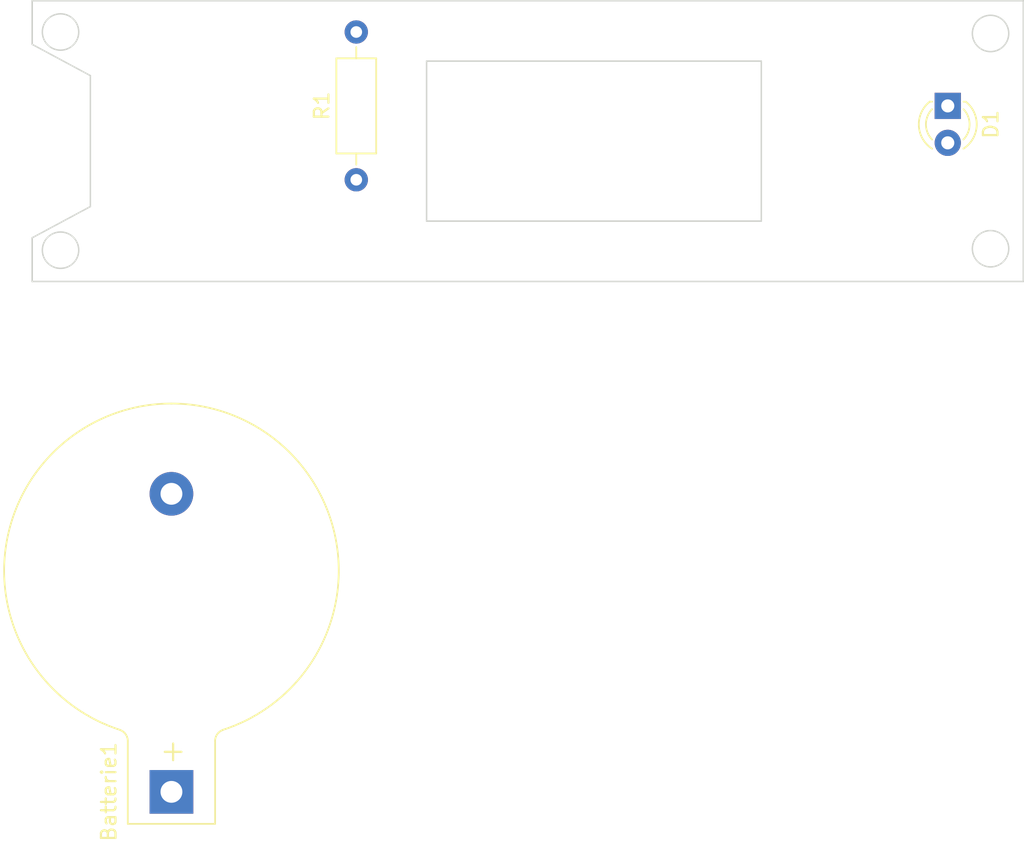
<source format=kicad_pcb>
(kicad_pcb (version 20171130) (host pcbnew "(5.1.5)-3")

  (general
    (thickness 1.6)
    (drawings 18)
    (tracks 0)
    (zones 0)
    (modules 3)
    (nets 4)
  )

  (page A4)
  (layers
    (0 F.Cu signal)
    (31 B.Cu signal)
    (32 B.Adhes user)
    (33 F.Adhes user)
    (34 B.Paste user)
    (35 F.Paste user)
    (36 B.SilkS user)
    (37 F.SilkS user)
    (38 B.Mask user)
    (39 F.Mask user)
    (40 Dwgs.User user)
    (41 Cmts.User user)
    (42 Eco1.User user)
    (43 Eco2.User user)
    (44 Edge.Cuts user)
    (45 Margin user)
    (46 B.CrtYd user)
    (47 F.CrtYd user)
    (48 B.Fab user)
    (49 F.Fab user)
  )

  (setup
    (last_trace_width 0.25)
    (trace_clearance 0.2)
    (zone_clearance 0.508)
    (zone_45_only no)
    (trace_min 0.2)
    (via_size 0.8)
    (via_drill 0.4)
    (via_min_size 0.4)
    (via_min_drill 0.3)
    (uvia_size 0.3)
    (uvia_drill 0.1)
    (uvias_allowed no)
    (uvia_min_size 0.2)
    (uvia_min_drill 0.1)
    (edge_width 0.05)
    (segment_width 0.2)
    (pcb_text_width 0.3)
    (pcb_text_size 1.5 1.5)
    (mod_edge_width 0.12)
    (mod_text_size 1 1)
    (mod_text_width 0.15)
    (pad_size 1.524 1.524)
    (pad_drill 0.762)
    (pad_to_mask_clearance 0.051)
    (solder_mask_min_width 0.25)
    (aux_axis_origin 0 0)
    (visible_elements FFFFFF7F)
    (pcbplotparams
      (layerselection 0x010fc_ffffffff)
      (usegerberextensions false)
      (usegerberattributes false)
      (usegerberadvancedattributes false)
      (creategerberjobfile false)
      (excludeedgelayer true)
      (linewidth 0.100000)
      (plotframeref false)
      (viasonmask false)
      (mode 1)
      (useauxorigin false)
      (hpglpennumber 1)
      (hpglpenspeed 20)
      (hpglpendiameter 15.000000)
      (psnegative false)
      (psa4output false)
      (plotreference true)
      (plotvalue true)
      (plotinvisibletext false)
      (padsonsilk false)
      (subtractmaskfromsilk false)
      (outputformat 1)
      (mirror false)
      (drillshape 1)
      (scaleselection 1)
      (outputdirectory ""))
  )

  (net 0 "")
  (net 1 "Net-(Batterie1-Pad2)")
  (net 2 "Net-(Batterie1-Pad1)")
  (net 3 "Net-(D1-Pad1)")

  (net_class Default "Dies ist die voreingestellte Netzklasse."
    (clearance 0.2)
    (trace_width 0.25)
    (via_dia 0.8)
    (via_drill 0.4)
    (uvia_dia 0.3)
    (uvia_drill 0.1)
    (add_net "Net-(Batterie1-Pad1)")
    (add_net "Net-(Batterie1-Pad2)")
    (add_net "Net-(D1-Pad1)")
  )

  (module Battery:BatteryHolder_Keystone_103_1x20mm (layer F.Cu) (tedit 5787C32C) (tstamp 5F808231)
    (at 120.65 114.47 90)
    (descr http://www.keyelco.com/product-pdf.cfm?p=719)
    (tags "Keystone type 103 battery holder")
    (path /5F80BE36)
    (fp_text reference Batterie1 (at 0 -4.3 90) (layer F.SilkS)
      (effects (font (size 1 1) (thickness 0.15)))
    )
    (fp_text value 9V (at 15 13 90) (layer F.Fab)
      (effects (font (size 1 1) (thickness 0.15)))
    )
    (fp_text user + (at 2.75 0 90) (layer F.SilkS)
      (effects (font (size 1.5 1.5) (thickness 0.15)))
    )
    (fp_text user %R (at 0 0 90) (layer F.Fab)
      (effects (font (size 1 1) (thickness 0.15)))
    )
    (fp_arc (start 15.2 0) (end 4.01 3.6) (angle -162.5) (layer F.CrtYd) (width 0.05))
    (fp_arc (start 15.2 0) (end 4.01 -3.6) (angle 162.5) (layer F.CrtYd) (width 0.05))
    (fp_arc (start 3.5 3.8) (end 3.5 3.25) (angle 70) (layer F.CrtYd) (width 0.05))
    (fp_arc (start 3.5 -3.8) (end 3.5 -3.25) (angle -70) (layer F.CrtYd) (width 0.05))
    (fp_arc (start 15.2 0) (end 4.25 3.5) (angle -162.5) (layer F.SilkS) (width 0.12))
    (fp_arc (start 3.5 3.8) (end 3.5 3) (angle 70) (layer F.SilkS) (width 0.12))
    (fp_arc (start 15.2 0) (end 4.25 -3.5) (angle 162.5) (layer F.SilkS) (width 0.12))
    (fp_arc (start 3.5 -3.8) (end 3.5 -3) (angle -70) (layer F.SilkS) (width 0.12))
    (fp_arc (start 3.5 3.8) (end 3.5 2.9) (angle 70) (layer F.Fab) (width 0.1))
    (fp_arc (start 15.2 0) (end 4.35 3.5) (angle -162.5) (layer F.Fab) (width 0.1))
    (fp_arc (start 15.2 0) (end 4.35 -3.5) (angle 162.5) (layer F.Fab) (width 0.1))
    (fp_arc (start 15.2 0) (end 5.2 1.3) (angle -180) (layer F.Fab) (width 0.1))
    (fp_line (start -2.45 -3.25) (end 3.5 -3.25) (layer F.CrtYd) (width 0.05))
    (fp_line (start -2.45 3.25) (end 3.5 3.25) (layer F.CrtYd) (width 0.05))
    (fp_line (start -2.45 3.25) (end -2.45 -3.25) (layer F.CrtYd) (width 0.05))
    (fp_line (start -2.2 -3) (end 3.5 -3) (layer F.SilkS) (width 0.12))
    (fp_line (start -2.2 3) (end -2.2 -3) (layer F.SilkS) (width 0.12))
    (fp_line (start -2.2 3) (end 3.5 3) (layer F.SilkS) (width 0.12))
    (fp_arc (start 15.2 0) (end 9 1.3) (angle -170) (layer F.Fab) (width 0.1))
    (fp_arc (start 15.2 0) (end 13.3 1.3) (angle -150) (layer F.Fab) (width 0.1))
    (fp_line (start 23.5712 7.7216) (end 22.6568 6.8834) (layer F.Fab) (width 0.1))
    (fp_line (start 23.5712 -7.7216) (end 22.6314 -6.858) (layer F.Fab) (width 0.1))
    (fp_arc (start 15.2 0) (end 13.3 -1.3) (angle 150) (layer F.Fab) (width 0.1))
    (fp_arc (start 15.2 0) (end 9 -1.3) (angle 170) (layer F.Fab) (width 0.1))
    (fp_arc (start 15.2 0) (end 5.2 -1.3) (angle 180) (layer F.Fab) (width 0.1))
    (fp_line (start 3.5306 -2.9) (end -1.7 -2.9) (layer F.Fab) (width 0.1))
    (fp_line (start -1.7 2.9) (end 3.5306 2.9) (layer F.Fab) (width 0.1))
    (fp_line (start -2.1 -2.5) (end -2.1 2.5) (layer F.Fab) (width 0.1))
    (fp_line (start 0 1.3) (end 16.2 1.3) (layer F.Fab) (width 0.1))
    (fp_line (start 16.2 -1.3) (end 0 -1.3) (layer F.Fab) (width 0.1))
    (fp_arc (start 3.5 -3.8) (end 3.5 -2.9) (angle -70) (layer F.Fab) (width 0.1))
    (fp_arc (start 16.2 0) (end 16.2 -1.3) (angle 180) (layer F.Fab) (width 0.1))
    (fp_line (start 0 -1.3) (end 0 1.3) (layer F.Fab) (width 0.1))
    (fp_arc (start -1.7 2.5) (end -2.1 2.5) (angle -90) (layer F.Fab) (width 0.1))
    (fp_arc (start -1.7 -2.5) (end -2.1 -2.5) (angle 90) (layer F.Fab) (width 0.1))
    (pad 2 thru_hole circle (at 20.49 0 90) (size 3 3) (drill 1.5) (layers *.Cu *.Mask)
      (net 1 "Net-(Batterie1-Pad2)"))
    (pad 1 thru_hole rect (at 0 0 90) (size 3 3) (drill 1.5) (layers *.Cu *.Mask)
      (net 2 "Net-(Batterie1-Pad1)"))
    (model ${KISYS3DMOD}/Battery.3dshapes/BatteryHolder_Keystone_103_1x20mm.wrl
      (at (xyz 0 0 0))
      (scale (xyz 1 1 1))
      (rotate (xyz 0 0 0))
    )
  )

  (module LED_THT:LED_D3.0mm (layer F.Cu) (tedit 587A3A7B) (tstamp 5F808244)
    (at 173.99 67.31 270)
    (descr "LED, diameter 3.0mm, 2 pins")
    (tags "LED diameter 3.0mm 2 pins")
    (path /5F807B2B)
    (fp_text reference D1 (at 1.27 -2.96 90) (layer F.SilkS)
      (effects (font (size 1 1) (thickness 0.15)))
    )
    (fp_text value "LED rot 3mm" (at 1.27 2.96 90) (layer F.Fab)
      (effects (font (size 1 1) (thickness 0.15)))
    )
    (fp_arc (start 1.27 0) (end -0.23 -1.16619) (angle 284.3) (layer F.Fab) (width 0.1))
    (fp_arc (start 1.27 0) (end -0.29 -1.235516) (angle 108.8) (layer F.SilkS) (width 0.12))
    (fp_arc (start 1.27 0) (end -0.29 1.235516) (angle -108.8) (layer F.SilkS) (width 0.12))
    (fp_arc (start 1.27 0) (end 0.229039 -1.08) (angle 87.9) (layer F.SilkS) (width 0.12))
    (fp_arc (start 1.27 0) (end 0.229039 1.08) (angle -87.9) (layer F.SilkS) (width 0.12))
    (fp_circle (center 1.27 0) (end 2.77 0) (layer F.Fab) (width 0.1))
    (fp_line (start -0.23 -1.16619) (end -0.23 1.16619) (layer F.Fab) (width 0.1))
    (fp_line (start -0.29 -1.236) (end -0.29 -1.08) (layer F.SilkS) (width 0.12))
    (fp_line (start -0.29 1.08) (end -0.29 1.236) (layer F.SilkS) (width 0.12))
    (fp_line (start -1.15 -2.25) (end -1.15 2.25) (layer F.CrtYd) (width 0.05))
    (fp_line (start -1.15 2.25) (end 3.7 2.25) (layer F.CrtYd) (width 0.05))
    (fp_line (start 3.7 2.25) (end 3.7 -2.25) (layer F.CrtYd) (width 0.05))
    (fp_line (start 3.7 -2.25) (end -1.15 -2.25) (layer F.CrtYd) (width 0.05))
    (pad 1 thru_hole rect (at 0 0 270) (size 1.8 1.8) (drill 0.9) (layers *.Cu *.Mask)
      (net 3 "Net-(D1-Pad1)"))
    (pad 2 thru_hole circle (at 2.54 0 270) (size 1.8 1.8) (drill 0.9) (layers *.Cu *.Mask)
      (net 2 "Net-(Batterie1-Pad1)"))
    (model ${KISYS3DMOD}/LED_THT.3dshapes/LED_D3.0mm.wrl
      (at (xyz 0 0 0))
      (scale (xyz 1 1 1))
      (rotate (xyz 0 0 0))
    )
  )

  (module Resistor_THT:R_Axial_DIN0207_L6.3mm_D2.5mm_P10.16mm_Horizontal (layer F.Cu) (tedit 5AE5139B) (tstamp 5F808620)
    (at 133.35 72.39 90)
    (descr "Resistor, Axial_DIN0207 series, Axial, Horizontal, pin pitch=10.16mm, 0.25W = 1/4W, length*diameter=6.3*2.5mm^2, http://cdn-reichelt.de/documents/datenblatt/B400/1_4W%23YAG.pdf")
    (tags "Resistor Axial_DIN0207 series Axial Horizontal pin pitch 10.16mm 0.25W = 1/4W length 6.3mm diameter 2.5mm")
    (path /5F802D6B)
    (fp_text reference R1 (at 5.08 -2.37 90) (layer F.SilkS)
      (effects (font (size 1 1) (thickness 0.15)))
    )
    (fp_text value 220 (at 5.08 2.37 90) (layer F.Fab)
      (effects (font (size 1 1) (thickness 0.15)))
    )
    (fp_line (start 1.93 -1.25) (end 1.93 1.25) (layer F.Fab) (width 0.1))
    (fp_line (start 1.93 1.25) (end 8.23 1.25) (layer F.Fab) (width 0.1))
    (fp_line (start 8.23 1.25) (end 8.23 -1.25) (layer F.Fab) (width 0.1))
    (fp_line (start 8.23 -1.25) (end 1.93 -1.25) (layer F.Fab) (width 0.1))
    (fp_line (start 0 0) (end 1.93 0) (layer F.Fab) (width 0.1))
    (fp_line (start 10.16 0) (end 8.23 0) (layer F.Fab) (width 0.1))
    (fp_line (start 1.81 -1.37) (end 1.81 1.37) (layer F.SilkS) (width 0.12))
    (fp_line (start 1.81 1.37) (end 8.35 1.37) (layer F.SilkS) (width 0.12))
    (fp_line (start 8.35 1.37) (end 8.35 -1.37) (layer F.SilkS) (width 0.12))
    (fp_line (start 8.35 -1.37) (end 1.81 -1.37) (layer F.SilkS) (width 0.12))
    (fp_line (start 1.04 0) (end 1.81 0) (layer F.SilkS) (width 0.12))
    (fp_line (start 9.12 0) (end 8.35 0) (layer F.SilkS) (width 0.12))
    (fp_line (start -1.05 -1.5) (end -1.05 1.5) (layer F.CrtYd) (width 0.05))
    (fp_line (start -1.05 1.5) (end 11.21 1.5) (layer F.CrtYd) (width 0.05))
    (fp_line (start 11.21 1.5) (end 11.21 -1.5) (layer F.CrtYd) (width 0.05))
    (fp_line (start 11.21 -1.5) (end -1.05 -1.5) (layer F.CrtYd) (width 0.05))
    (fp_text user %R (at 5.08 0 90) (layer F.Fab)
      (effects (font (size 1 1) (thickness 0.15)))
    )
    (pad 1 thru_hole circle (at 0 0 90) (size 1.6 1.6) (drill 0.8) (layers *.Cu *.Mask)
      (net 1 "Net-(Batterie1-Pad2)"))
    (pad 2 thru_hole oval (at 10.16 0 90) (size 1.6 1.6) (drill 0.8) (layers *.Cu *.Mask)
      (net 3 "Net-(D1-Pad1)"))
    (model ${KISYS3DMOD}/Resistor_THT.3dshapes/R_Axial_DIN0207_L6.3mm_D2.5mm_P10.16mm_Horizontal.wrl
      (at (xyz 0 0 0))
      (scale (xyz 1 1 1))
      (rotate (xyz 0 0 0))
    )
  )

  (gr_line (start 138.179999 64.23) (end 138.179999 75.23) (layer Edge.Cuts) (width 0.1))
  (gr_circle (center 113.03 77.23) (end 114.28 77.23) (layer Edge.Cuts) (width 0.1))
  (gr_line (start 161.179999 64.23) (end 138.179999 64.23) (layer Edge.Cuts) (width 0.1))
  (gr_circle (center 176.929999 77.13) (end 178.179999 77.13) (layer Edge.Cuts) (width 0.1))
  (gr_circle (center 176.929999 62.33) (end 178.179999 62.33) (layer Edge.Cuts) (width 0.1))
  (gr_line (start 111.08 76.38) (end 111.08 79.38) (layer Edge.Cuts) (width 0.1))
  (gr_line (start 111.08 60.08) (end 111.08 63.08) (layer Edge.Cuts) (width 0.1))
  (gr_line (start 111.08 79.38) (end 111.08 76.38) (layer Edge.Cuts) (width 0.1))
  (gr_line (start 111.08 60.08) (end 111.08 63.08) (layer Edge.Cuts) (width 0.1))
  (gr_line (start 138.179999 75.23) (end 161.179999 75.23) (layer Edge.Cuts) (width 0.1))
  (gr_line (start 161.179999 75.23) (end 161.179999 64.23) (layer Edge.Cuts) (width 0.1))
  (gr_line (start 115.08 65.23) (end 111.08 63.08) (layer Edge.Cuts) (width 0.1))
  (gr_line (start 111.08 76.38) (end 115.08 74.23) (layer Edge.Cuts) (width 0.1))
  (gr_line (start 111.08 79.38) (end 179.18 79.38) (layer Edge.Cuts) (width 0.1))
  (gr_line (start 115.08 65.23) (end 115.08 74.23) (layer Edge.Cuts) (width 0.1))
  (gr_line (start 179.18 79.38) (end 179.18 60.08) (layer Edge.Cuts) (width 0.1))
  (gr_line (start 179.18 60.08) (end 111.08 60.08) (layer Edge.Cuts) (width 0.1))
  (gr_circle (center 113.03 62.23) (end 114.28 62.23) (layer Edge.Cuts) (width 0.1))

)

</source>
